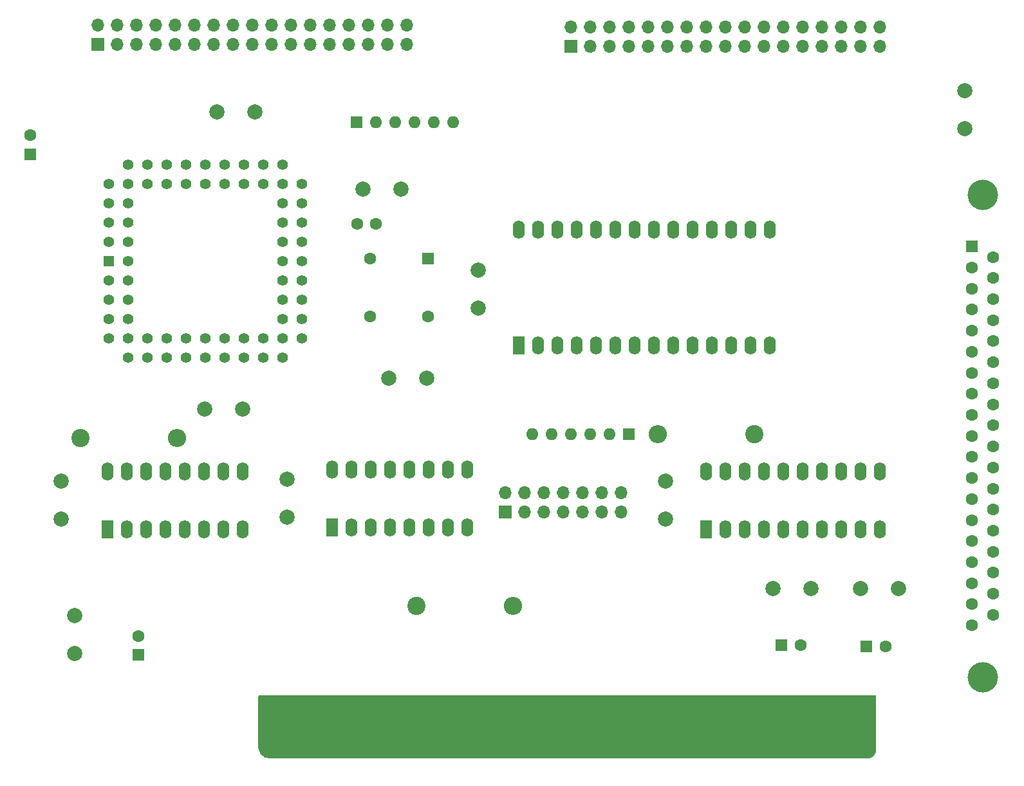
<source format=gts>
%TF.GenerationSoftware,KiCad,Pcbnew,7.0.10*%
%TF.CreationDate,2024-10-23T16:42:54+13:00*%
%TF.ProjectId,isa_monster_fdc,6973615f-6d6f-46e7-9374-65725f666463,1.0*%
%TF.SameCoordinates,Original*%
%TF.FileFunction,Soldermask,Top*%
%TF.FilePolarity,Negative*%
%FSLAX46Y46*%
G04 Gerber Fmt 4.6, Leading zero omitted, Abs format (unit mm)*
G04 Created by KiCad (PCBNEW 7.0.10) date 2024-10-23 16:42:54*
%MOMM*%
%LPD*%
G01*
G04 APERTURE LIST*
G04 Aperture macros list*
%AMRoundRect*
0 Rectangle with rounded corners*
0 $1 Rounding radius*
0 $2 $3 $4 $5 $6 $7 $8 $9 X,Y pos of 4 corners*
0 Add a 4 corners polygon primitive as box body*
4,1,4,$2,$3,$4,$5,$6,$7,$8,$9,$2,$3,0*
0 Add four circle primitives for the rounded corners*
1,1,$1+$1,$2,$3*
1,1,$1+$1,$4,$5*
1,1,$1+$1,$6,$7*
1,1,$1+$1,$8,$9*
0 Add four rect primitives between the rounded corners*
20,1,$1+$1,$2,$3,$4,$5,0*
20,1,$1+$1,$4,$5,$6,$7,0*
20,1,$1+$1,$6,$7,$8,$9,0*
20,1,$1+$1,$8,$9,$2,$3,0*%
G04 Aperture macros list end*
%ADD10RoundRect,0.444500X-0.444500X-3.619500X0.444500X-3.619500X0.444500X3.619500X-0.444500X3.619500X0*%
%ADD11C,2.000000*%
%ADD12R,1.600000X1.600000*%
%ADD13C,1.600000*%
%ADD14O,1.600000X1.600000*%
%ADD15C,2.400000*%
%ADD16O,2.400000X2.400000*%
%ADD17R,1.600000X2.400000*%
%ADD18O,1.600000X2.400000*%
%ADD19C,4.000000*%
%ADD20R,1.700000X1.700000*%
%ADD21O,1.700000X1.700000*%
%ADD22R,1.422400X1.422400*%
%ADD23C,1.422400*%
G04 APERTURE END LIST*
D10*
%TO.C,BUS1*%
X162560000Y-145732500D03*
X185420000Y-145732500D03*
X182880000Y-145732500D03*
X180340000Y-145732500D03*
X177800000Y-145732500D03*
X175260000Y-145732500D03*
X172720000Y-145732500D03*
X170180000Y-145732500D03*
X167640000Y-145732500D03*
X165100000Y-145732500D03*
X160020000Y-145732500D03*
X157480000Y-145732500D03*
X154940000Y-145732500D03*
X152400000Y-145732500D03*
X149860000Y-145732500D03*
X147320000Y-145732500D03*
X144780000Y-145732500D03*
X142240000Y-145732500D03*
X139700000Y-145732500D03*
X137160000Y-145732500D03*
X134620000Y-145732500D03*
X132080000Y-145732500D03*
X129540000Y-145732500D03*
X127000000Y-145732500D03*
X124460000Y-145732500D03*
X121920000Y-145732500D03*
X119380000Y-145732500D03*
X116840000Y-145732500D03*
X114300000Y-145732500D03*
X111760000Y-145732500D03*
X109220000Y-145732500D03*
%TD*%
D11*
%TO.C,C7*%
X135636000Y-85638000D03*
X135636000Y-90638000D03*
%TD*%
%TO.C,C4*%
X160274000Y-113411000D03*
X160274000Y-118411000D03*
%TD*%
D12*
%TO.C,C13*%
X186690000Y-135128000D03*
D13*
X189190000Y-135128000D03*
%TD*%
D12*
%TO.C,RN1*%
X119634000Y-66167000D03*
D14*
X122174000Y-66167000D03*
X124714000Y-66167000D03*
X127254000Y-66167000D03*
X129794000Y-66167000D03*
X132334000Y-66167000D03*
%TD*%
D15*
%TO.C,R2*%
X127508000Y-129794000D03*
D16*
X140208000Y-129794000D03*
%TD*%
D17*
%TO.C,U4*%
X165613000Y-119721000D03*
D18*
X168153000Y-119721000D03*
X170693000Y-119721000D03*
X173233000Y-119721000D03*
X175773000Y-119721000D03*
X178313000Y-119721000D03*
X180853000Y-119721000D03*
X183393000Y-119721000D03*
X185933000Y-119721000D03*
X188473000Y-119721000D03*
X188473000Y-112101000D03*
X185933000Y-112101000D03*
X183393000Y-112101000D03*
X180853000Y-112101000D03*
X178313000Y-112101000D03*
X175773000Y-112101000D03*
X173233000Y-112101000D03*
X170693000Y-112101000D03*
X168153000Y-112101000D03*
X165613000Y-112101000D03*
%TD*%
D11*
%TO.C,C16*%
X179411000Y-127508000D03*
X174411000Y-127508000D03*
%TD*%
%TO.C,C10*%
X199644000Y-66976000D03*
X199644000Y-61976000D03*
%TD*%
%TO.C,C5*%
X99608000Y-103886000D03*
X104608000Y-103886000D03*
%TD*%
D13*
%TO.C,J3*%
X203373000Y-130987000D03*
X203373000Y-128217000D03*
X203373000Y-125447000D03*
X203373000Y-122677000D03*
X203373000Y-119907000D03*
X203373000Y-117137000D03*
X203373000Y-114367000D03*
X203373000Y-111597000D03*
X203373000Y-108827000D03*
X203373000Y-106057000D03*
X203373000Y-103287000D03*
X203373000Y-100517000D03*
X203373000Y-97747000D03*
X203373000Y-94977000D03*
X203373000Y-92207000D03*
X203373000Y-89437000D03*
X203373000Y-86667000D03*
X203373000Y-83897000D03*
X200533000Y-132372000D03*
X200533000Y-129602000D03*
X200533000Y-126832000D03*
X200533000Y-124062000D03*
X200533000Y-121292000D03*
X200533000Y-118522000D03*
X200533000Y-115752000D03*
X200533000Y-112982000D03*
X200533000Y-110212000D03*
X200533000Y-107442000D03*
X200533000Y-104672000D03*
X200533000Y-101902000D03*
X200533000Y-99132000D03*
X200533000Y-96362000D03*
X200533000Y-93592000D03*
X200533000Y-90822000D03*
X200533000Y-88052000D03*
X200533000Y-85282000D03*
D12*
X200533000Y-82512000D03*
D19*
X201953000Y-75692000D03*
X201953000Y-139192000D03*
%TD*%
D11*
%TO.C,C2*%
X80772000Y-113411000D03*
X80772000Y-118411000D03*
%TD*%
D17*
%TO.C,U3*%
X86868000Y-119721000D03*
D18*
X89408000Y-119721000D03*
X91948000Y-119721000D03*
X94488000Y-119721000D03*
X97028000Y-119721000D03*
X99568000Y-119721000D03*
X102108000Y-119721000D03*
X104648000Y-119721000D03*
X104648000Y-112101000D03*
X102108000Y-112101000D03*
X99568000Y-112101000D03*
X97028000Y-112101000D03*
X94488000Y-112101000D03*
X91948000Y-112101000D03*
X89408000Y-112101000D03*
X86868000Y-112101000D03*
%TD*%
D12*
%TO.C,RN2*%
X155448000Y-107188000D03*
D14*
X152908000Y-107188000D03*
X150368000Y-107188000D03*
X147828000Y-107188000D03*
X145288000Y-107188000D03*
X142748000Y-107188000D03*
%TD*%
D13*
%TO.C,C1*%
X119654000Y-79502000D03*
X122154000Y-79502000D03*
%TD*%
D11*
%TO.C,C6*%
X106259000Y-64770000D03*
X101259000Y-64770000D03*
%TD*%
D20*
%TO.C,J1*%
X85598000Y-55880000D03*
D21*
X85598000Y-53340000D03*
X88138000Y-55880000D03*
X88138000Y-53340000D03*
X90678000Y-55880000D03*
X90678000Y-53340000D03*
X93218000Y-55880000D03*
X93218000Y-53340000D03*
X95758000Y-55880000D03*
X95758000Y-53340000D03*
X98298000Y-55880000D03*
X98298000Y-53340000D03*
X100838000Y-55880000D03*
X100838000Y-53340000D03*
X103378000Y-55880000D03*
X103378000Y-53340000D03*
X105918000Y-55880000D03*
X105918000Y-53340000D03*
X108458000Y-55880000D03*
X108458000Y-53340000D03*
X110998000Y-55880000D03*
X110998000Y-53340000D03*
X113538000Y-55880000D03*
X113538000Y-53340000D03*
X116078000Y-55880000D03*
X116078000Y-53340000D03*
X118618000Y-55880000D03*
X118618000Y-53340000D03*
X121158000Y-55880000D03*
X121158000Y-53340000D03*
X123698000Y-55880000D03*
X123698000Y-53340000D03*
X126238000Y-55880000D03*
X126238000Y-53340000D03*
%TD*%
D11*
%TO.C,C11*%
X82550000Y-136104000D03*
X82550000Y-131104000D03*
%TD*%
D20*
%TO.C,JP3*%
X139192000Y-117435000D03*
D21*
X139192000Y-114895000D03*
X141732000Y-117435000D03*
X141732000Y-114895000D03*
X144272000Y-117435000D03*
X144272000Y-114895000D03*
X146812000Y-117435000D03*
X146812000Y-114895000D03*
X149352000Y-117435000D03*
X149352000Y-114895000D03*
X151892000Y-117435000D03*
X151892000Y-114895000D03*
X154432000Y-117435000D03*
X154432000Y-114895000D03*
%TD*%
D17*
%TO.C,U2*%
X116347000Y-119467000D03*
D18*
X118887000Y-119467000D03*
X121427000Y-119467000D03*
X123967000Y-119467000D03*
X126507000Y-119467000D03*
X129047000Y-119467000D03*
X131587000Y-119467000D03*
X134127000Y-119467000D03*
X134127000Y-111847000D03*
X131587000Y-111847000D03*
X129047000Y-111847000D03*
X126507000Y-111847000D03*
X123967000Y-111847000D03*
X121427000Y-111847000D03*
X118887000Y-111847000D03*
X116347000Y-111847000D03*
%TD*%
D11*
%TO.C,C9*%
X123825000Y-99822000D03*
X128825000Y-99822000D03*
%TD*%
%TO.C,C8*%
X120436000Y-74930000D03*
X125436000Y-74930000D03*
%TD*%
%TO.C,C12*%
X185928000Y-127508000D03*
X190928000Y-127508000D03*
%TD*%
%TO.C,C3*%
X110490000Y-113157000D03*
X110490000Y-118157000D03*
%TD*%
D22*
%TO.C,U1*%
X86995000Y-84455000D03*
D23*
X89535000Y-84455000D03*
X86995000Y-86995000D03*
X89535000Y-86995000D03*
X86995000Y-89535000D03*
X89535000Y-89535000D03*
X86995000Y-92075000D03*
X89535000Y-92075000D03*
X86995000Y-94615000D03*
X89535000Y-97155000D03*
X89535000Y-94615000D03*
X92075000Y-97155000D03*
X92075000Y-94615000D03*
X94615000Y-97155000D03*
X94615000Y-94615000D03*
X97155000Y-97155000D03*
X97155000Y-94615000D03*
X99695000Y-97155000D03*
X99695000Y-94615000D03*
X102235000Y-97155000D03*
X102235000Y-94615000D03*
X104775000Y-97155000D03*
X104775000Y-94615000D03*
X107315000Y-97155000D03*
X107315000Y-94615000D03*
X109855000Y-97155000D03*
X112395000Y-94615000D03*
X109855000Y-94615000D03*
X112395000Y-92075000D03*
X109855000Y-92075000D03*
X112395000Y-89535000D03*
X109855000Y-89535000D03*
X112395000Y-86995000D03*
X109855000Y-86995000D03*
X112395000Y-84455000D03*
X109855000Y-84455000D03*
X112395000Y-81915000D03*
X109855000Y-81915000D03*
X112395000Y-79375000D03*
X109855000Y-79375000D03*
X112395000Y-76835000D03*
X109855000Y-76835000D03*
X112395000Y-74295000D03*
X109855000Y-71755000D03*
X109855000Y-74295000D03*
X107315000Y-71755000D03*
X107315000Y-74295000D03*
X104775000Y-71755000D03*
X104775000Y-74295000D03*
X102235000Y-71755000D03*
X102235000Y-74295000D03*
X99695000Y-71755000D03*
X99695000Y-74295000D03*
X97155000Y-71755000D03*
X97155000Y-74295000D03*
X94615000Y-71755000D03*
X94615000Y-74295000D03*
X92075000Y-71755000D03*
X92075000Y-74295000D03*
X89535000Y-71755000D03*
X86995000Y-74295000D03*
X89535000Y-74295000D03*
X86995000Y-76835000D03*
X89535000Y-76835000D03*
X86995000Y-79375000D03*
X89535000Y-79375000D03*
X86995000Y-81915000D03*
X89535000Y-81915000D03*
%TD*%
D12*
%TO.C,C15*%
X90932000Y-136280651D03*
D13*
X90932000Y-133780651D03*
%TD*%
D12*
%TO.C,C17*%
X175504349Y-135001000D03*
D13*
X178004349Y-135001000D03*
%TD*%
D12*
%TO.C,C14*%
X76708000Y-70358000D03*
D13*
X76708000Y-67858000D03*
%TD*%
D12*
%TO.C,X1*%
X129032000Y-84074000D03*
D13*
X121412000Y-84074000D03*
X121412000Y-91694000D03*
X129032000Y-91694000D03*
%TD*%
D15*
%TO.C,R1*%
X83312000Y-107696000D03*
D16*
X96012000Y-107696000D03*
%TD*%
D20*
%TO.C,J2*%
X147828000Y-56134000D03*
D21*
X147828000Y-53594000D03*
X150368000Y-56134000D03*
X150368000Y-53594000D03*
X152908000Y-56134000D03*
X152908000Y-53594000D03*
X155448000Y-56134000D03*
X155448000Y-53594000D03*
X157988000Y-56134000D03*
X157988000Y-53594000D03*
X160528000Y-56134000D03*
X160528000Y-53594000D03*
X163068000Y-56134000D03*
X163068000Y-53594000D03*
X165608000Y-56134000D03*
X165608000Y-53594000D03*
X168148000Y-56134000D03*
X168148000Y-53594000D03*
X170688000Y-56134000D03*
X170688000Y-53594000D03*
X173228000Y-56134000D03*
X173228000Y-53594000D03*
X175768000Y-56134000D03*
X175768000Y-53594000D03*
X178308000Y-56134000D03*
X178308000Y-53594000D03*
X180848000Y-56134000D03*
X180848000Y-53594000D03*
X183388000Y-56134000D03*
X183388000Y-53594000D03*
X185928000Y-56134000D03*
X185928000Y-53594000D03*
X188468000Y-56134000D03*
X188468000Y-53594000D03*
%TD*%
D15*
%TO.C,R3*%
X171958000Y-107188000D03*
D16*
X159258000Y-107188000D03*
%TD*%
D17*
%TO.C,U5*%
X140970000Y-95504000D03*
D18*
X143510000Y-95504000D03*
X146050000Y-95504000D03*
X148590000Y-95504000D03*
X151130000Y-95504000D03*
X153670000Y-95504000D03*
X156210000Y-95504000D03*
X158750000Y-95504000D03*
X161290000Y-95504000D03*
X163830000Y-95504000D03*
X166370000Y-95504000D03*
X168910000Y-95504000D03*
X171450000Y-95504000D03*
X173990000Y-95504000D03*
X173990000Y-80264000D03*
X171450000Y-80264000D03*
X168910000Y-80264000D03*
X166370000Y-80264000D03*
X163830000Y-80264000D03*
X161290000Y-80264000D03*
X158750000Y-80264000D03*
X156210000Y-80264000D03*
X153670000Y-80264000D03*
X151130000Y-80264000D03*
X148590000Y-80264000D03*
X146050000Y-80264000D03*
X143510000Y-80264000D03*
X140970000Y-80264000D03*
%TD*%
G36*
X187902121Y-141625002D02*
G01*
X187948614Y-141678658D01*
X187960000Y-141731000D01*
X187960000Y-148889357D01*
X187958813Y-148906611D01*
X187945153Y-149005423D01*
X187939401Y-149029406D01*
X187877083Y-149209335D01*
X187866769Y-149231739D01*
X187770592Y-149396082D01*
X187756111Y-149416047D01*
X187629764Y-149558504D01*
X187611671Y-149575266D01*
X187459991Y-149690381D01*
X187438979Y-149703297D01*
X187267781Y-149786658D01*
X187244656Y-149795233D01*
X187060480Y-149843652D01*
X187036174Y-149847556D01*
X186837572Y-149859763D01*
X186829842Y-149860000D01*
X108024512Y-149860000D01*
X108008998Y-149859041D01*
X107863678Y-149841011D01*
X107843698Y-149836867D01*
X107633276Y-149775089D01*
X107614227Y-149767775D01*
X107416528Y-149672839D01*
X107398909Y-149662545D01*
X107219133Y-149536946D01*
X107203407Y-149523944D01*
X107046257Y-149370969D01*
X107032836Y-149355598D01*
X106902447Y-149179273D01*
X106891682Y-149161937D01*
X106791456Y-148966859D01*
X106783632Y-148948014D01*
X106716214Y-148739331D01*
X106711534Y-148719470D01*
X106681422Y-148520714D01*
X106680000Y-148501840D01*
X106680000Y-141731000D01*
X106700002Y-141662879D01*
X106753658Y-141616386D01*
X106806000Y-141605000D01*
X187834000Y-141605000D01*
X187902121Y-141625002D01*
G37*
M02*

</source>
